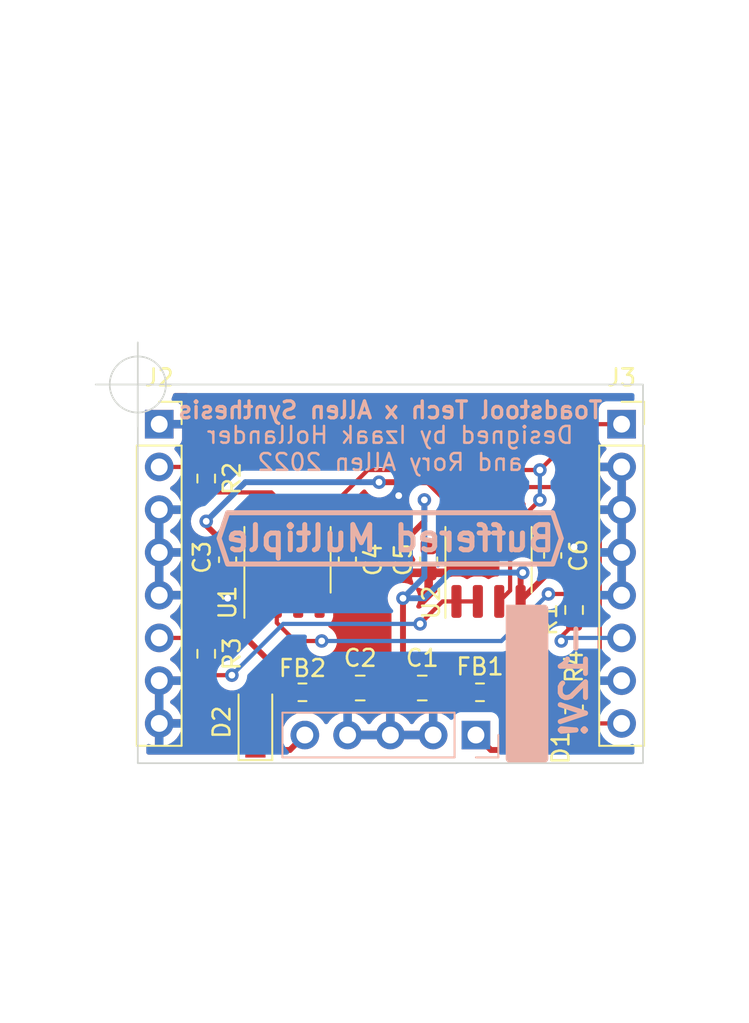
<source format=kicad_pcb>
(kicad_pcb (version 20211014) (generator pcbnew)
  (layers (0 "F.Cu" signal) (31 "B.Cu" signal) (34 "B.Paste" user) (35 "F.Paste" user) (36 "B.SilkS" user "B.Silkscreen") (37 "F.SilkS" user "F.Silkscreen") (38 "B.Mask" user) (39 "F.Mask" user) (44 "Edge.Cuts" user))
  (net 0 "")
  (net 1 "-12V")
  (net 2 "GND")
  (net 3 "+12V")
  (net 4 "Net-(D1-Pad1)")
  (net 5 "Net-(D1-Pad2)")
  (net 6 "Net-(D2-Pad1)")
  (net 7 "Net-(D2-Pad2)")
  (net 8 "Net-(J2-Pad2)")
  (net 9 "Net-(J2-Pad6)")
  (net 10 "Net-(J3-Pad1)")
  (net 11 "Net-(J3-Pad6)")
  (net 12 "Net-(J3-Pad8)")
  (net 13 "Net-(R1-Pad1)")
  (net 14 "Net-(R2-Pad1)")
  (net 15 "Net-(R3-Pad1)")
  (net 16 "Net-(R4-Pad1)")
  (footprint "Capacitor_SMD:C_0603_1608Metric" (layer "F.Cu") (at 24.638 10.16 90)
    (fp_text reference "C6" (at 0 1.524 90) (layer "F.SilkS"))
    (fp_text value "100nF")
    (fp_line (start -0.14058 -0.51) (end 0.14058 -0.51) (layer "F.SilkS") (width 0.12))
    (fp_line (start -0.14058 0.51) (end 0.14058 0.51) (layer "F.SilkS") (width 0.12))
    (pad "1" smd roundrect (at -0.775 0 90) (size 0.9 0.95) (layers "F.Cu" "F.Paste" "F.Mask") (net 1 "-12V"))
    (pad "2" smd roundrect (at 0.775 0 90) (size 0.9 0.95) (layers "F.Cu" "F.Paste" "F.Mask") (net 2 "GND"))
  )
  (footprint "Resistor_SMD:R_0603_1608Metric" (layer "F.Cu") (at 20.32 18.288 180)
    (fp_text reference "FB1" (at 0 1.524) (layer "F.SilkS"))
    (fp_text value "FerriteBead_Small")
    (fp_line (start -0.237258 0.5225) (end 0.237258 0.5225) (layer "F.SilkS") (width 0.12))
    (fp_line (start -0.237258 -0.5225) (end 0.237258 -0.5225) (layer "F.SilkS") (width 0.12))
    (pad "1" smd roundrect (at -0.825 0 180) (size 0.8 0.95) (layers "F.Cu" "F.Paste" "F.Mask") (net 4 "Net-(D1-Pad1)"))
    (pad "2" smd roundrect (at 0.825 0 180) (size 0.8 0.95) (layers "F.Cu" "F.Paste" "F.Mask") (net 1 "-12V"))
  )
  (footprint "Diode_SMD:D_SOD-123" (layer "F.Cu") (at 6.985 20.066 90)
    (fp_text reference "D2" (at 0 -2 90) (layer "F.SilkS"))
    (fp_text value "1N5817")
    (fp_line (start -2.25 -1) (end -2.25 1) (layer "F.SilkS") (width 0.12))
    (fp_line (start -2.25 1) (end 1.65 1) (layer "F.SilkS") (width 0.12))
    (fp_line (start -2.25 -1) (end 1.65 -1) (layer "F.SilkS") (width 0.12))
    (pad "1" smd rect (at -1.65 0 90) (size 0.9 1.2) (layers "F.Cu" "F.Paste" "F.Mask") (net 6 "Net-(D2-Pad1)"))
    (pad "2" smd rect (at 1.65 0 90) (size 0.9 1.2) (layers "F.Cu" "F.Paste" "F.Mask") (net 7 "Net-(D2-Pad2)"))
  )
  (footprint "Capacitor_SMD:C_0603_1608Metric" (layer "F.Cu") (at 12.446 10.414 90)
    (fp_text reference "C4" (at 0 1.524 90) (layer "F.SilkS"))
    (fp_text value "100nF")
    (fp_line (start -0.14058 -0.51) (end 0.14058 -0.51) (layer "F.SilkS") (width 0.12))
    (fp_line (start -0.14058 0.51) (end 0.14058 0.51) (layer "F.SilkS") (width 0.12))
    (pad "1" smd roundrect (at -0.775 0 90) (size 0.9 0.95) (layers "F.Cu" "F.Paste" "F.Mask") (net 1 "-12V"))
    (pad "2" smd roundrect (at 0.775 0 90) (size 0.9 0.95) (layers "F.Cu" "F.Paste" "F.Mask") (net 2 "GND"))
  )
  (footprint "Resistor_SMD:R_0603_1608Metric" (layer "F.Cu") (at 4.064 16.002 90)
    (fp_text reference "R3" (at 0 1.524 90) (layer "F.SilkS"))
    (fp_text value "1k")
    (fp_line (start -0.237258 -0.5225) (end 0.237258 -0.5225) (layer "F.SilkS") (width 0.12))
    (fp_line (start -0.237258 0.5225) (end 0.237258 0.5225) (layer "F.SilkS") (width 0.12))
    (pad "1" smd roundrect (at -0.825 0 90) (size 0.8 0.95) (layers "F.Cu" "F.Paste" "F.Mask") (net 15 "Net-(R3-Pad1)"))
    (pad "2" smd roundrect (at 0.825 0 90) (size 0.8 0.95) (layers "F.Cu" "F.Paste" "F.Mask") (net 9 "Net-(J2-Pad6)"))
  )
  (footprint "Capacitor_SMD:C_0805_2012Metric" (layer "F.Cu") (at 16.891 18.034 180)
    (fp_text reference "C1" (at 0 1.778) (layer "F.SilkS"))
    (fp_text value "10uF")
    (fp_line (start -0.261252 -0.735) (end 0.261252 -0.735) (layer "F.SilkS") (width 0.12))
    (fp_line (start -0.261252 0.735) (end 0.261252 0.735) (layer "F.SilkS") (width 0.12))
    (pad "1" smd roundrect (at -0.95 0 180) (size 1 1.45) (layers "F.Cu" "F.Paste" "F.Mask") (net 1 "-12V"))
    (pad "2" smd roundrect (at 0.95 0 180) (size 1 1.45) (layers "F.Cu" "F.Paste" "F.Mask") (net 2 "GND"))
  )
  (footprint "Resistor_SMD:R_0603_1608Metric" (layer "F.Cu") (at 4.064 5.588 90)
    (fp_text reference "R2" (at 0 1.524 90) (layer "F.SilkS"))
    (fp_text value "1k")
    (fp_line (start -0.237258 -0.5225) (end 0.237258 -0.5225) (layer "F.SilkS") (width 0.12))
    (fp_line (start -0.237258 0.5225) (end 0.237258 0.5225) (layer "F.SilkS") (width 0.12))
    (pad "1" smd roundrect (at -0.825 0 90) (size 0.8 0.95) (layers "F.Cu" "F.Paste" "F.Mask") (net 14 "Net-(R2-Pad1)"))
    (pad "2" smd roundrect (at 0.825 0 90) (size 0.8 0.95) (layers "F.Cu" "F.Paste" "F.Mask") (net 8 "Net-(J2-Pad2)"))
  )
  (footprint "Package_SO:SOIC-8_3.9x4.9mm_P1.27mm" (layer "F.Cu") (at 8.89 10.414 90)
    (fp_text reference "U1" (at -2.54 -3.556 90) (layer "F.SilkS"))
    (fp_text value "TL072")
    (fp_line (start 0 -2.56) (end -3.45 -2.56) (layer "F.SilkS") (width 0.12))
    (fp_line (start 0 2.56) (end -1.95 2.56) (layer "F.SilkS") (width 0.12))
    (fp_line (start 0 -2.56) (end 1.95 -2.56) (layer "F.SilkS") (width 0.12))
    (fp_line (start 0 2.56) (end 1.95 2.56) (layer "F.SilkS") (width 0.12))
    (pad "1" smd roundrect (at -2.475 -1.905 90) (size 1.95 0.6) (layers "F.Cu" "F.Paste" "F.Mask") (net 13 "Net-(R1-Pad1)"))
    (pad "2" smd roundrect (at -2.475 -0.635 90) (size 1.95 0.6) (layers "F.Cu" "F.Paste" "F.Mask") (net 13 "Net-(R1-Pad1)"))
    (pad "3" smd roundrect (at -2.475 0.635 90) (size 1.95 0.6) (layers "F.Cu" "F.Paste" "F.Mask") (net 10 "Net-(J3-Pad1)"))
    (pad "4" smd roundrect (at -2.475 1.905 90) (size 1.95 0.6) (layers "F.Cu" "F.Paste" "F.Mask") (net 1 "-12V"))
    (pad "5" smd roundrect (at 2.475 1.905 90) (size 1.95 0.6) (layers "F.Cu" "F.Paste" "F.Mask") (net 10 "Net-(J3-Pad1)"))
    (pad "6" smd roundrect (at 2.475 0.635 90) (size 1.95 0.6) (layers "F.Cu" "F.Paste" "F.Mask") (net 14 "Net-(R2-Pad1)"))
    (pad "7" smd roundrect (at 2.475 -0.635 90) (size 1.95 0.6) (layers "F.Cu" "F.Paste" "F.Mask") (net 14 "Net-(R2-Pad1)"))
    (pad "8" smd roundrect (at 2.475 -1.905 90) (size 1.95 0.6) (layers "F.Cu" "F.Paste" "F.Mask") (net 3 "+12V"))
  )
  (footprint "Resistor_SMD:R_0603_1608Metric" (layer "F.Cu") (at 25.908 19.304 -90)
    (fp_text reference "R4" (at -2.54 0 90) (layer "F.SilkS"))
    (fp_text value "2k")
    (fp_line (start -0.237258 0.5225) (end 0.237258 0.5225) (layer "F.SilkS") (width 0.12))
    (fp_line (start -0.237258 -0.5225) (end 0.237258 -0.5225) (layer "F.SilkS") (width 0.12))
    (pad "1" smd roundrect (at -0.825 0 270) (size 0.8 0.95) (layers "F.Cu" "F.Paste" "F.Mask") (net 16 "Net-(R4-Pad1)"))
    (pad "2" smd roundrect (at 0.825 0 270) (size 0.8 0.95) (layers "F.Cu" "F.Paste" "F.Mask") (net 12 "Net-(J3-Pad8)"))
  )
  (footprint "Resistor_SMD:R_0603_1608Metric" (layer "F.Cu") (at 9.779 18.288)
    (fp_text reference "FB2" (at 0 -1.43) (layer "F.SilkS"))
    (fp_text value "FerriteBead_Small")
    (fp_line (start -0.237258 0.5225) (end 0.237258 0.5225) (layer "F.SilkS") (width 0.12))
    (fp_line (start -0.237258 -0.5225) (end 0.237258 -0.5225) (layer "F.SilkS") (width 0.12))
    (pad "1" smd roundrect (at -0.825 0) (size 0.8 0.95) (layers "F.Cu" "F.Paste" "F.Mask") (net 7 "Net-(D2-Pad2)"))
    (pad "2" smd roundrect (at 0.825 0) (size 0.8 0.95) (layers "F.Cu" "F.Paste" "F.Mask") (net 3 "+12V"))
  )
  (footprint "Diode_SMD:D_SOD-123" (layer "F.Cu") (at 23.114 20.066 -90)
    (fp_text reference "D1" (at 1.524 -2 90) (layer "F.SilkS"))
    (fp_text value "1N5817")
    (fp_line (start -2.25 -1) (end 1.65 -1) (layer "F.SilkS") (width 0.12))
    (fp_line (start -2.25 1) (end 1.65 1) (layer "F.SilkS") (width 0.12))
    (fp_line (start -2.25 -1) (end -2.25 1) (layer "F.SilkS") (width 0.12))
    (pad "1" smd rect (at -1.65 0 270) (size 0.9 1.2) (layers "F.Cu" "F.Paste" "F.Mask") (net 4 "Net-(D1-Pad1)"))
    (pad "2" smd rect (at 1.65 0 270) (size 0.9 1.2) (layers "F.Cu" "F.Paste" "F.Mask") (net 5 "Net-(D1-Pad2)"))
  )
  (footprint "Capacitor_SMD:C_0805_2012Metric" (layer "F.Cu") (at 13.208 18.034 180)
    (fp_text reference "C2" (at 0 1.778) (layer "F.SilkS"))
    (fp_text value "10uF")
    (fp_line (start -0.261252 0.735) (end 0.261252 0.735) (layer "F.SilkS") (width 0.12))
    (fp_line (start -0.261252 -0.735) (end 0.261252 -0.735) (layer "F.SilkS") (width 0.12))
    (pad "1" smd roundrect (at -0.95 0 180) (size 1 1.45) (layers "F.Cu" "F.Paste" "F.Mask") (net 2 "GND"))
    (pad "2" smd roundrect (at 0.95 0 180) (size 1 1.45) (layers "F.Cu" "F.Paste" "F.Mask") (net 3 "+12V"))
  )
  (footprint "Package_SO:SOIC-8_3.9x4.9mm_P1.27mm" (layer "F.Cu") (at 20.828 10.414 90)
    (fp_text reference "U2" (at -2.54 -3.4 90) (layer "F.SilkS"))
    (fp_text value "TL072")
    (fp_line (start 0 -2.56) (end 1.95 -2.56) (layer "F.SilkS") (width 0.12))
    (fp_line (start 0 2.56) (end -1.95 2.56) (layer "F.SilkS") (width 0.12))
    (fp_line (start 0 -2.56) (end -3.45 -2.56) (layer "F.SilkS") (width 0.12))
    (fp_line (start 0 2.56) (end 1.95 2.56) (layer "F.SilkS") (width 0.12))
    (pad "1" smd roundrect (at -2.475 -1.905 90) (size 1.95 0.6) (layers "F.Cu" "F.Paste" "F.Mask") (net 15 "Net-(R3-Pad1)"))
    (pad "2" smd roundrect (at -2.475 -0.635 90) (size 1.95 0.6) (layers "F.Cu" "F.Paste" "F.Mask") (net 15 "Net-(R3-Pad1)"))
    (pad "3" smd roundrect (at -2.475 0.635 90) (size 1.95 0.6) (layers "F.Cu" "F.Paste" "F.Mask") (net 10 "Net-(J3-Pad1)"))
    (pad "4" smd roundrect (at -2.475 1.905 90) (size 1.95 0.6) (layers "F.Cu" "F.Paste" "F.Mask") (net 1 "-12V"))
    (pad "5" smd roundrect (at 2.475 1.905 90) (size 1.95 0.6) (layers "F.Cu" "F.Paste" "F.Mask") (net 10 "Net-(J3-Pad1)"))
    (pad "6" smd roundrect (at 2.475 0.635 90) (size 1.95 0.6) (layers "F.Cu" "F.Paste" "F.Mask") (net 2 "GND"))
    (pad "7" smd roundrect (at 2.475 -0.635 90) (size 1.95 0.6) (layers "F.Cu" "F.Paste" "F.Mask") (net 16 "Net-(R4-Pad1)"))
    (pad "8" smd roundrect (at 2.475 -1.905 90) (size 1.95 0.6) (layers "F.Cu" "F.Paste" "F.Mask") (net 3 "+12V"))
  )
  (footprint "Connector_PinSocket_2.54mm:PinSocket_1x08_P2.54mm_Vertical" (layer "F.Cu") (at 28.73 2.3578)
    (fp_text reference "J3" (at 0 -2.77) (layer "F.SilkS"))
    (fp_text value "Conn_01x08_Female")
    (fp_line (start 1.33 -1.33) (end 1.33 0) (layer "F.SilkS") (width 0.12))
    (fp_line (start -1.33 19.11) (end 1.33 19.11) (layer "F.SilkS") (width 0.12))
    (fp_line (start 1.33 1.27) (end 1.33 19.11) (layer "F.SilkS") (width 0.12))
    (fp_line (start 0 -1.33) (end 1.33 -1.33) (layer "F.SilkS") (width 0.12))
    (fp_line (start -1.33 1.27) (end -1.33 19.11) (layer "F.SilkS") (width 0.12))
    (fp_line (start -1.33 1.27) (end 1.33 1.27) (layer "F.SilkS") (width 0.12))
    (pad "1" thru_hole rect (at 0 0) (size 1.7 1.7) (drill 1) (layers *.Cu *.Mask) (net 10 "Net-(J3-Pad1)"))
    (pad "2" thru_hole oval (at 0 2.54) (size 1.7 1.7) (drill 1) (layers *.Cu *.Mask) (net 2 "GND"))
    (pad "3" thru_hole oval (at 0 5.08) (size 1.7 1.7) (drill 1) (layers *.Cu *.Mask) (net 2 "GND"))
    (pad "4" thru_hole oval (at 0 7.62) (size 1.7 1.7) (drill 1) (layers *.Cu *.Mask) (net 2 "GND"))
    (pad "5" thru_hole oval (at 0 10.16) (size 1.7 1.7) (drill 1) (layers *.Cu *.Mask) (net 2 "GND"))
    (pad "6" thru_hole oval (at 0 12.7) (size 1.7 1.7) (drill 1) (layers *.Cu *.Mask) (net 11 "Net-(J3-Pad6)"))
    (pad "7" thru_hole oval (at 0 15.24) (size 1.7 1.7) (drill 1) (layers *.Cu *.Mask) (net 2 "GND"))
    (pad "8" thru_hole oval (at 0 17.78) (size 1.7 1.7) (drill 1) (layers *.Cu *.Mask) (net 12 "Net-(J3-Pad8)"))
  )
  (footprint "Capacitor_SMD:C_0603_1608Metric" (layer "F.Cu") (at 5.334 10.414 -90)
    (fp_text reference "C3" (at -0.14058 1.524 90) (layer "F.SilkS"))
    (fp_text value "100nF")
    (fp_line (start -0.14058 -0.51) (end 0.14058 -0.51) (layer "F.SilkS") (width 0.12))
    (fp_line (start -0.14058 0.51) (end 0.14058 0.51) (layer "F.SilkS") (width 0.12))
    (pad "1" smd roundrect (at -0.775 0 270) (size 0.9 0.95) (layers "F.Cu" "F.Paste" "F.Mask") (net 3 "+12V"))
    (pad "2" smd roundrect (at 0.775 0 270) (size 0.9 0.95) (layers "F.Cu" "F.Paste" "F.Mask") (net 2 "GND"))
  )
  (footprint "Capacitor_SMD:C_0603_1608Metric" (layer "F.Cu") (at 17.272 10.414 -90)
    (fp_text reference "C5" (at 0 1.524 90) (layer "F.SilkS"))
    (fp_text value "100nF")
    (fp_line (start -0.14058 0.51) (end 0.14058 0.51) (layer "F.SilkS") (width 0.12))
    (fp_line (start -0.14058 -0.51) (end 0.14058 -0.51) (layer "F.SilkS") (width 0.12))
    (pad "1" smd roundrect (at -0.775 0 270) (size 0.9 0.95) (layers "F.Cu" "F.Paste" "F.Mask") (net 3 "+12V"))
    (pad "2" smd roundrect (at 0.775 0 270) (size 0.9 0.95) (layers "F.Cu" "F.Paste" "F.Mask") (net 2 "GND"))
  )
  (footprint "Resistor_SMD:R_0603_1608Metric" (layer "F.Cu") (at 25.908 13.399 -90)
    (fp_text reference "R1" (at 0.571 1.524 90) (layer "F.SilkS"))
    (fp_text value "1k")
    (fp_line (start -0.237258 -0.5225) (end 0.237258 -0.5225) (layer "F.SilkS") (width 0.12))
    (fp_line (start -0.237258 0.5225) (end 0.237258 0.5225) (layer "F.SilkS") (width 0.12))
    (pad "1" smd roundrect (at -0.825 0 270) (size 0.8 0.95) (layers "F.Cu" "F.Paste" "F.Mask") (net 13 "Net-(R1-Pad1)"))
    (pad "2" smd roundrect (at 0.825 0 270) (size 0.8 0.95) (layers "F.Cu" "F.Paste" "F.Mask") (net 11 "Net-(J3-Pad6)"))
  )
  (footprint "Connector_PinSocket_2.54mm:PinSocket_1x08_P2.54mm_Vertical" (layer "F.Cu") (at 1.2726 2.3578)
    (fp_text reference "J2" (at 0 -2.77) (layer "F.SilkS"))
    (fp_text value "Conn_01x08_Female")
    (fp_line (start 1.33 -1.33) (end 1.33 0) (layer "F.SilkS") (width 0.12))
    (fp_line (start -1.33 1.27) (end -1.33 19.11) (layer "F.SilkS") (width 0.12))
    (fp_line (start -1.33 19.11) (end 1.33 19.11) (layer "F.SilkS") (width 0.12))
    (fp_line (start 0 -1.33) (end 1.33 -1.33) (layer "F.SilkS") (width 0.12))
    (fp_line (start 1.33 1.27) (end 1.33 19.11) (layer "F.SilkS") (width 0.12))
    (fp_line (start -1.33 1.27) (end 1.33 1.27) (layer "F.SilkS") (width 0.12))
    (pad "1" thru_hole rect (at 0 0) (size 1.7 1.7) (drill 1) (layers *.Cu *.Mask) (net 2 "GND"))
    (pad "2" thru_hole oval (at 0 2.54) (size 1.7 1.7) (drill 1) (layers *.Cu *.Mask) (net 8 "Net-(J2-Pad2)"))
    (pad "3" thru_hole oval (at 0 5.08) (size 1.7 1.7) (drill 1) (layers *.Cu *.Mask) (net 2 "GND"))
    (pad "4" thru_hole oval (at 0 7.62) (size 1.7 1.7) (drill 1) (layers *.Cu *.Mask) (net 2 "GND"))
    (pad "5" thru_hole oval (at 0 10.16) (size 1.7 1.7) (drill 1) (layers *.Cu *.Mask) (net 2 "GND"))
    (pad "6" thru_hole oval (at 0 12.7) (size 1.7 1.7) (drill 1) (layers *.Cu *.Mask) (net 9 "Net-(J2-Pad6)"))
    (pad "7" thru_hole oval (at 0 15.24) (size 1.7 1.7) (drill 1) (layers *.Cu *.Mask) (net 2 "GND"))
    (pad "8" thru_hole oval (at 0 17.78) (size 1.7 1.7) (drill 1) (layers *.Cu *.Mask) (net 2 "GND"))
  )
  (footprint "Connector_PinHeader_2.54mm:PinHeader_1x05_P2.54mm_Vertical" (layer "B.Cu") (at 20.08 20.828 90)
    (fp_text reference "J1")
    (fp_text value "Conn_01x05_Male")
    (fp_line (start 1.33 -1.27) (end 1.33 -11.49) (layer "B.SilkS") (width 0.12))
    (fp_line (start -1.33 -1.27) (end -1.33 -11.49) (layer "B.SilkS") (width 0.12))
    (fp_line (start -1.33 1.33) (end 0 1.33) (layer "B.SilkS") (width 0.12))
    (fp_line (start -1.33 -1.27) (end 1.33 -1.27) (layer "B.SilkS") (width 0.12))
    (fp_line (start -1.33 -11.49) (end 1.33 -11.49) (layer "B.SilkS") (width 0.12))
    (fp_line (start -1.33 0) (end -1.33 1.33) (layer "B.SilkS") (width 0.12))
    (pad "1" thru_hole rect (at 0 0 90) (size 1.7 1.7) (drill 1) (layers *.Cu *.Mask) (net 5 "Net-(D1-Pad2)"))
    (pad "2" thru_hole oval (at 0 -2.54 90) (size 1.7 1.7) (drill 1) (layers *.Cu *.Mask) (net 2 "GND"))
    (pad "3" thru_hole oval (at 0 -5.08 90) (size 1.7 1.7) (drill 1) (layers *.Cu *.Mask) (net 2 "GND"))
    (pad "4" thru_hole oval (at 0 -7.62 90) (size 1.7 1.7) (drill 1) (layers *.Cu *.Mask) (net 2 "GND"))
    (pad "5" thru_hole oval (at 0 -10.16 90) (size 1.7 1.7) (drill 1) (layers *.Cu *.Mask) (net 6 "Net-(D2-Pad1)"))
  )
  (gr_poly (pts (xy 25.146 9.144) (xy 24.638 10.668) (xy 5.334 10.668) (xy 4.826 9.144) (xy 5.334 7.62) (xy 24.638 7.62)) (layer "B.SilkS") (width 0.3) (fill none))
  (gr_rect (start 22.098 22.225) (end 24.13 13.335) (layer "B.SilkS") (width 0.5) (fill none))
  (gr_rect (start 0 0) (end 30 22.5) (layer "Edge.Cuts") (width 0.1) (fill none))
  (gr_text "wow look it's a buffered mult\nwheeee\n" (at 14.986 2.286) (layer "F.Cu") (effects (font (size 1 1))))
  (gr_text "-12V!" (at 25.908 17.526 90) (layer "B.SilkS") (effects (font (size 1.5 1.5) (thickness 0.3)) (justify mirror)))
  (gr_text "Buffered Multiple" (at 14.986 9.144) (layer "B.SilkS") (effects (font (size 1.5 1.5) (thickness 0.3)) (justify mirror)))
  (gr_text "Designed by Izaak Hollander\nand Rory Allen 2022" (at 14.986 3.81) (layer "B.SilkS") (effects (font (size 1 1)) (justify mirror)))
  (gr_text "Toadstool Tech x Allen Synthesis" (at 14.986 1.524) (layer "B.SilkS") (effects (font (size 1 1) (thickness 0.2)) (justify mirror)))
  (target plus (at 0 0) (size 5) (width 0.1) (layer "Edge.Cuts"))
  (segment (start 12.446 11.189) (end 13.957 11.189) (width 0.35) (layer "F.Cu") (net 1))
  (segment (start 17.018 8.128) (end 17.018 6.858) (width 0.35) (layer "F.Cu") (net 1))
  (segment (start 22.86 12.762) (end 22.733 12.889) (width 0.35) (layer "F.Cu") (net 1))
  (segment (start 13.957 11.189) (end 17.018 8.128) (width 0.35) (layer "F.Cu") (net 1))
  (segment (start 15.748 15.941) (end 15.748 12.7) (width 0.35) (layer "F.Cu") (net 1))
  (segment (start 22.733 12.84) (end 24.638 10.935) (width 0.35) (layer "F.Cu") (net 1))
  (segment (start 19.495 18.288) (end 18.095 18.288) (width 0.35) (layer "F.Cu") (net 1))
  (segment (start 17.841 18.034) (end 15.748 15.941) (width 0.35) (layer "F.Cu") (net 1))
  (segment (start 22.733 12.889) (end 22.733 12.84) (width 0.35) (layer "F.Cu") (net 1))
  (segment (start 12.446 11.189) (end 12.446 11.238) (width 0.35) (layer "F.Cu") (net 1))
  (segment (start 22.733 11.303) (end 22.86 11.176) (width 0.35) (layer "F.Cu") (net 1))
  (segment (start 18.095 18.288) (end 17.841 18.034) (width 0.35) (layer "F.Cu") (net 1))
  (segment (start 12.446 11.238) (end 10.795 12.889) (width 0.35) (layer "F.Cu") (net 1))
  (segment (start 22.733 12.889) (end 22.733 11.303) (width 0.35) (layer "F.Cu") (net 1))
  (via (at 22.86 11.176) (size 0.8) (drill 0.4) (layers "F.Cu" "B.Cu") (net 1))
  (via (at 15.748 12.7) (size 0.8) (drill 0.4) (layers "F.Cu" "B.Cu") (net 1))
  (via (at 17.018 6.858) (size 0.8) (drill 0.4) (layers "F.Cu" "B.Cu") (net 1))
  (segment (start 22.86 11.176) (end 18.542 11.176) (width 0.35) (layer "B.Cu") (net 1))
  (segment (start 18.542 11.176) (end 17.526 12.192) (width 0.35) (layer "B.Cu") (net 1))
  (segment (start 17.018 12.7) (end 15.748 12.7) (width 0.35) (layer "B.Cu") (net 1))
  (segment (start 17.018 11.43) (end 17.018 6.858) (width 0.35) (layer "B.Cu") (net 1))
  (segment (start 17.526 12.192) (end 17.018 12.7) (width 0.35) (layer "B.Cu") (net 1))
  (segment (start 15.748 12.7) (end 17.018 11.43) (width 0.35) (layer "B.Cu") (net 1))
  (segment (start 21.463 8.385783) (end 18.659783 11.189) (width 0.35) (layer "F.Cu") (net 2))
  (segment (start 15 20.828) (end 15 18.147) (width 0.35) (layer "F.Cu") (net 2))
  (segment (start 15 18.147) (end 15.113 18.034) (width 0.35) (layer "F.Cu") (net 2))
  (segment (start 12.46 20.828) (end 17.54 20.828) (width 0.35) (layer "F.Cu") (net 2))
  (segment (start 24.638 9.385) (end 25.641 9.385) (width 0.35) (layer "F.Cu") (net 2))
  (segment (start 14.158 18.034) (end 15.113 18.034) (width 0.35) (layer "F.Cu") (net 2))
  (segment (start 25.641 9.385) (end 25.908 9.652) (width 0.35) (layer "F.Cu") (net 2))
  (segment (start 15.113 18.034) (end 15.941 18.034) (width 0.35) (layer "F.Cu") (net 2))
  (segment (start 12.459 9.639) (end 15.494 6.604) (width 0.35) (layer "F.Cu") (net 2))
  (segment (start 5.334 12.7) (end 5.334 11.189) (width 0.35) (layer "F.Cu") (net 2))
  (segment (start 18.659783 11.189) (end 17.272 11.189) (width 0.35) (layer "F.Cu") (net 2))
  (segment (start 12.446 9.639) (end 12.459 9.639) (width 0.35) (layer "F.Cu") (net 2))
  (segment (start 21.463 7.939) (end 21.463 8.385783) (width 0.35) (layer "F.Cu") (net 2))
  (via (at 25.908 9.652) (size 0.8) (drill 0.4) (layers "F.Cu" "B.Cu") (net 2))
  (via (at 15.494 6.604) (size 0.8) (drill 0.4) (layers "F.Cu" "B.Cu") (net 2))
  (via (at 5.334 12.7) (size 0.8) (drill 0.4) (layers "F.Cu" "B.Cu") (net 2))
  (segment (start 4.064 8.369) (end 5.334 9.639) (width 0.35) (layer "F.Cu") (net 3))
  (segment (start 12.004 18.288) (end 12.258 18.034) (width 0.35) (layer "F.Cu") (net 3))
  (segment (start 5.334 9.639) (end 3.81 11.163) (width 0.35) (layer "F.Cu") (net 3))
  (segment (start 5.334 9.639) (end 5.334 9.59) (width 0.35) (layer "F.Cu") (net 3))
  (segment (start 4.064 8.128) (end 4.064 8.369) (width 0.35) (layer "F.Cu") (net 3))
  (segment (start 7.874 16.51) (end 8.826 16.51) (width 0.35) (layer "F.Cu") (net 3))
  (segment (start 17.272 9.639) (end 17.272 9.59) (width 0.35) (layer "F.Cu") (net 3))
  (segment (start 18.923 7.493) (end 17.2345 5.8045) (width 0.35) (layer "F.Cu") (net 3))
  (segment (start 5.334 9.59) (end 6.985 7.939) (width 0.35) (layer "F.Cu") (net 3))
  (segment (start 17.272 9.59) (end 18.923 7.939) (width 0.35) (layer "F.Cu") (net 3))
  (segment (start 10.604 18.288) (end 12.004 18.288) (width 0.35) (layer "F.Cu") (net 3))
  (segment (start 17.2345 5.8045) (end 14.324965 5.8045) (width 0.35) (layer "F.Cu") (net 3))
  (segment (start 3.81 12.446) (end 7.874 16.51) (width 0.35) (layer "F.Cu") (net 3))
  (segment (start 18.923 7.939) (end 18.923 7.493) (width 0.35) (layer "F.Cu") (net 3))
  (segment (start 3.81 11.163) (end 3.81 12.446) (width 0.35) (layer "F.Cu") (net 3))
  (segment (start 8.826 16.51) (end 10.604 18.288) (width 0.35) (layer "F.Cu") (net 3))
  (via (at 14.324965 5.8045) (size 0.8) (drill 0.4) (layers "F.Cu" "B.Cu") (net 3))
  (via (at 4.064 8.128) (size 0.8) (drill 0.4) (layers "F.Cu" "B.Cu") (net 3))
  (segment (start 6.3875 5.8045) (end 4.064 8.128) (width 0.35) (layer "B.Cu") (net 3))
  (segment (start 14.324965 5.8045) (end 6.3875 5.8045) (width 0.35) (layer "B.Cu") (net 3))
  (segment (start 21.273 18.416) (end 21.145 18.288) (width 0.35) (layer "F.Cu") (net 4))
  (segment (start 23.114 18.416) (end 21.273 18.416) (width 0.35) (layer "F.Cu") (net 4))
  (segment (start 20.968 21.716) (end 20.08 20.828) (width 0.35) (layer "F.Cu") (net 5))
  (segment (start 23.114 21.716) (end 20.968 21.716) (width 0.35) (layer "F.Cu") (net 5))
  (segment (start 6.985 21.716) (end 9.032 21.716) (width 0.35) (layer "F.Cu") (net 6))
  (segment (start 9.032 21.716) (end 9.92 20.828) (width 0.35) (layer "F.Cu") (net 6))
  (segment (start 8.826 18.416) (end 8.954 18.288) (width 0.35) (layer "F.Cu") (net 7))
  (segment (start 6.985 18.416) (end 8.826 18.416) (width 0.35) (layer "F.Cu") (net 7))
  (segment (start 1.2726 4.8978) (end 3.9292 4.8978) (width 0.25) (layer "F.Cu") (net 8))
  (segment (start 3.9292 4.8978) (end 4.064 4.763) (width 0.25) (layer "F.Cu") (net 8))
  (segment (start 4.064 15.177) (end 3.9448 15.0578) (width 0.25) (layer "F.Cu") (net 9))
  (segment (start 3.9448 15.0578) (end 1.2726 15.0578) (width 0.25) (layer "F.Cu") (net 9))
  (segment (start 22.795 7.939) (end 23.876 6.858) (width 0.25) (layer "F.Cu") (net 10))
  (segment (start 22.10848 12.24352) (end 21.463 12.889) (width 0.25) (layer "F.Cu") (net 10))
  (segment (start 22.733 7.939) (end 22.10848 8.56352) (width 0.25) (layer "F.Cu") (net 10))
  (segment (start 13.654 5.08) (end 23.876 5.08) (width 0.25) (layer "F.Cu") (net 10))
  (segment (start 28.73 2.3578) (end 26.5982 2.3578) (width 0.25) (layer "F.Cu") (net 10))
  (segment (start 10.17048 12.24352) (end 9.525 12.889) (width 0.25) (layer "F.Cu") (net 10))
  (segment (start 22.733 7.939) (end 22.795 7.939) (width 0.25) (layer "F.Cu") (net 10))
  (segment (start 10.795 7.939) (end 13.654 5.08) (width 0.25) (layer "F.Cu") (net 10))
  (segment (start 10.795 7.939) (end 10.17048 8.56352) (width 0.25) (layer "F.Cu") (net 10))
  (segment (start 10.17048 8.56352) (end 10.17048 12.24352) (width 0.25) (layer "F.Cu") (net 10))
  (segment (start 22.10848 8.56352) (end 22.10848 12.24352) (width 0.25) (layer "F.Cu") (net 10))
  (segment (start 26.5982 2.3578) (end 23.876 5.08) (width 0.25) (layer "F.Cu") (net 10))
  (via (at 23.876 6.858) (size 0.8) (drill 0.4) (layers "F.Cu" "B.Cu") (net 10))
  (via (at 23.876 5.08) (size 0.8) (drill 0.4) (layers "F.Cu" "B.Cu") (net 10))
  (segment (start 23.876 6.858) (end 23.876 5.08) (width 0.25) (layer "B.Cu") (net 10))
  (segment (start 25.146 14.986) (end 25.908 14.224) (width 0.25) (layer "F.Cu") (net 11))
  (segment (start 25.146 15.24) (end 25.146 14.986) (width 0.25) (layer "F.Cu") (net 11))
  (via (at 25.146 15.24) (size 0.8) (drill 0.4) (layers "F.Cu" "B.Cu") (net 11))
  (segment (start 25.3282 15.0578) (end 25.146 15.24) (width 0.25) (layer "B.Cu") (net 11))
  (segment (start 28.73 15.0578) (end 25.3282 15.0578) (width 0.25) (layer "B.Cu") (net 11))
  (segment (start 25.9168 20.1378) (end 25.908 20.129) (width 0.25) (layer "F.Cu") (net 12))
  (segment (start 28.73 20.1378) (end 25.9168 20.1378) (width 0.25) (layer "F.Cu") (net 12))
  (segment (start 8.255 14.159) (end 8.255 12.889) (width 0.25) (layer "F.Cu") (net 13))
  (segment (start 9.336 15.24) (end 8.255 14.159) (width 0.25) (layer "F.Cu") (net 13))
  (segment (start 9.336 15.24) (end 10.922 15.24) (width 0.25) (layer "F.Cu") (net 13))
  (segment (start 8.255 12.889) (end 6.985 12.889) (width 0.25) (layer "F.Cu") (net 13))
  (segment (start 25.78 12.446) (end 25.908 12.574) (width 0.25) (layer "F.Cu") (net 13))
  (segment (start 24.384 12.446) (end 25.78 12.446) (width 0.25) (layer "F.Cu") (net 13))
  (via (at 24.384 12.446) (size 0.8) (drill 0.4) (layers "F.Cu" "B.Cu") (net 13))
  (via (at 10.922 15.24) (size 0.8) (drill 0.4) (layers "F.Cu" "B.Cu") (net 13))
  (segment (start 21.59 15.24) (end 24.384 12.446) (width 0.25) (layer "B.Cu") (net 13))
  (segment (start 10.922 15.24) (end 21.59 15.24) (width 0.25) (layer "B.Cu") (net 13))
  (segment (start 8.255 7.939) (end 9.525 7.939) (width 0.25) (layer "F.Cu") (net 14))
  (segment (start 7.937 6.413) (end 8.255 6.731) (width 0.25) (layer "F.Cu") (net 14))
  (segment (start 4.064 6.413) (end 4.127 6.35) (width 0.25) (layer "F.Cu") (net 14))
  (segment (start 4.064 6.413) (end 7.937 6.413) (width 0.25) (layer "F.Cu") (net 14))
  (segment (start 8.255 6.731) (end 8.255 7.939) (width 0.25) (layer "F.Cu") (net 14))
  (segment (start 18.923 12.889) (end 18.099 12.889) (width 0.25) (layer "F.Cu") (net 15))
  (segment (start 4.509 17.272) (end 4.064 16.827) (width 0.25) (layer "F.Cu") (net 15))
  (segment (start 18.099 12.889) (end 16.764 14.224) (width 0.25) (layer "F.Cu") (net 15))
  (segment (start 5.588 17.272) (end 4.509 17.272) (width 0.25) (layer "F.Cu") (net 15))
  (segment (start 20.193 12.889) (end 18.923 12.889) (width 0.25) (layer "F.Cu") (net 15))
  (via (at 5.588 17.272) (size 0.8) (drill 0.4) (layers "F.Cu" "B.Cu") (net 15))
  (via (at 16.764 14.224) (size 0.8) (drill 0.4) (layers "F.Cu" "B.Cu") (net 15))
  (segment (start 8.636 14.224) (end 5.588 17.272) (width 0.25) (layer "B.Cu") (net 15))
  (segment (start 16.764 14.224) (end 8.636 14.224) (width 0.25) (layer "B.Cu") (net 15))
  (segment (start 20.193 7.939) (end 20.193 7.493) (width 0.25) (layer "F.Cu") (net 16))
  (segment (start 27.432 8.636) (end 27.432 16.764) (width 0.25) (layer "F.Cu") (net 16))
  (segment (start 20.193 7.493) (end 21.59 6.096) (width 0.25) (layer "F.Cu") (net 16))
  (segment (start 27.432 16.764) (end 25.908 18.288) (width 0.25) (layer "F.Cu") (net 16))
  (segment (start 24.892 6.096) (end 27.432 8.636) (width 0.25) (layer "F.Cu") (net 16))
  (segment (start 21.59 6.096) (end 24.892 6.096) (width 0.25) (layer "F.Cu") (net 16))
  (zone (net 2) (net_name "GND") (layers F&B.Cu) (connect_pads (clearance 0.508)) (min_thickness 0.254) (fill yes (thermal_gap 0.508) (thermal_bridge_width 0.508))
    (polygon (pts (xy 29.972 22.352) (xy 0 22.352) (xy 0 0) (xy 29.972 0)))
  )
  (zone (net 0) (net_name "") (layer "B.SilkS") (connect_pads (clearance 0.508)) (min_thickness 0.00001) (fill yes (thermal_gap 0.508) (thermal_bridge_width 0.508))
    (polygon (pts (xy 24.13 22.225) (xy 22.098 22.225) (xy 22.098 13.335) (xy 24.13 13.335)))
  )
)
</source>
